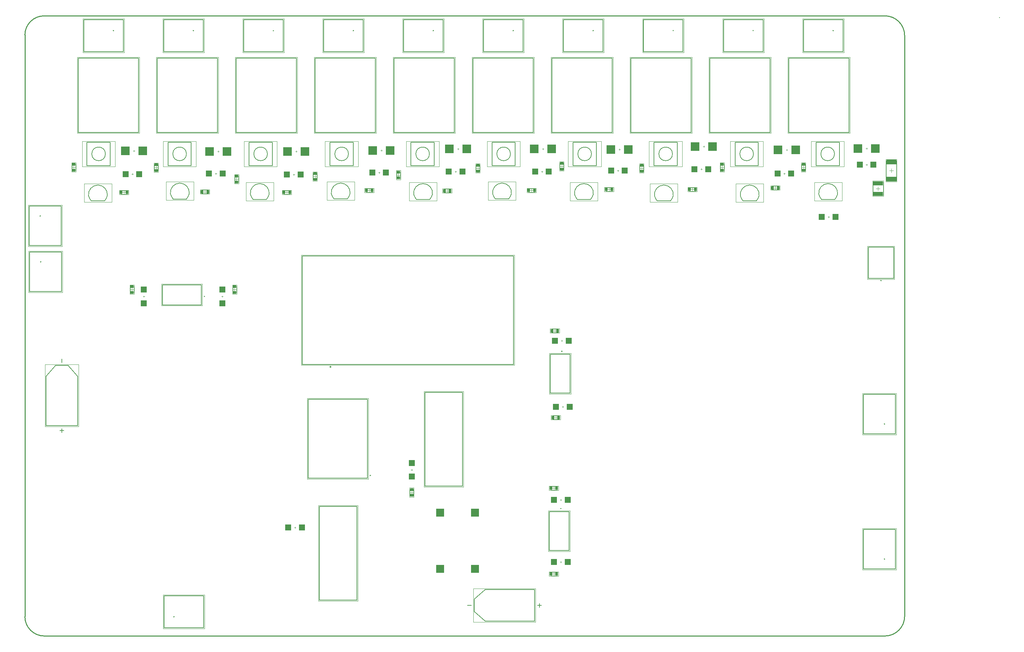
<source format=gtp>
G04*
G04 #@! TF.GenerationSoftware,Altium Limited,Altium Designer,22.1.2 (22)*
G04*
G04 Layer_Color=8421504*
%FSLAX44Y44*%
%MOMM*%
G71*
G04*
G04 #@! TF.SameCoordinates,E17F41A4-0C7A-49D5-8B51-7FD3D5A7BB14*
G04*
G04*
G04 #@! TF.FilePolarity,Positive*
G04*
G01*
G75*
%ADD11C,0.2000*%
%ADD12C,0.1270*%
%ADD13C,0.2540*%
%ADD16C,0.1000*%
%ADD17C,0.2800*%
%ADD18C,0.0500*%
%ADD19R,2.0000X2.0000*%
%ADD20R,1.5000X1.5000*%
%ADD21R,2.6000X1.2000*%
%ADD22R,0.9000X0.7000*%
%ADD23R,0.7000X0.9000*%
%ADD24R,1.5000X1.5000*%
%ADD25R,2.3000X2.3000*%
%ADD26R,2.6000X1.1000*%
D11*
X890180Y413500D02*
G03*
X890180Y413500I-1000J0D01*
G01*
X2204450Y915670D02*
G03*
X2204450Y915670I-1000J0D01*
G01*
X2081260Y1559560D02*
G03*
X2081260Y1559560I-1000J0D01*
G01*
X1875442D02*
G03*
X1875442Y1559560I-1000J0D01*
G01*
X1669624D02*
G03*
X1669624Y1559560I-1000J0D01*
G01*
X463020Y874691D02*
G03*
X463020Y874691I-1000J0D01*
G01*
X41640Y963930D02*
G03*
X41640Y963930I-1000J0D01*
G01*
X384540Y49530D02*
G03*
X384540Y49530I-1000J0D01*
G01*
X228896Y1559560D02*
G03*
X228896Y1559560I-1000J0D01*
G01*
X434714D02*
G03*
X434714Y1559560I-1000J0D01*
G01*
X640533D02*
G03*
X640533Y1559560I-1000J0D01*
G01*
X846351D02*
G03*
X846351Y1559560I-1000J0D01*
G01*
X1052169D02*
G03*
X1052169Y1559560I-1000J0D01*
G01*
X1257987D02*
G03*
X1257987Y1559560I-1000J0D01*
G01*
X1463805D02*
G03*
X1463805Y1559560I-1000J0D01*
G01*
X2213340Y198120D02*
G03*
X2213340Y198120I-1000J0D01*
G01*
X40370Y1082040D02*
G03*
X40370Y1082040I-1000J0D01*
G01*
X2213340Y546100D02*
G03*
X2213340Y546100I-1000J0D01*
G01*
X1380559Y328350D02*
G03*
X1380559Y328350I-1000J0D01*
G01*
X1383099Y733480D02*
G03*
X1383099Y733480I-1000J0D01*
G01*
D12*
X832813Y1242060D02*
G03*
X832813Y1242060I-17550J0D01*
G01*
X1875336D02*
G03*
X1875336Y1242060I-17550J0D01*
G01*
X1666831D02*
G03*
X1666831Y1242060I-17550J0D01*
G01*
X1458327D02*
G03*
X1458327Y1242060I-17550J0D01*
G01*
X1249822D02*
G03*
X1249822Y1242060I-17550J0D01*
G01*
X1041318D02*
G03*
X1041318Y1242060I-17550J0D01*
G01*
X624309D02*
G03*
X624309Y1242060I-17550J0D01*
G01*
X415805D02*
G03*
X415805Y1242060I-17550J0D01*
G01*
X207300D02*
G03*
X207300Y1242060I-17550J0D01*
G01*
X1203946Y1139253D02*
G03*
X1210827Y1126034I39104J11955D01*
G01*
X1245353D02*
G03*
X1252234Y1139253I-32222J25175D01*
G01*
X1252206Y1139128D02*
G03*
X1203974Y1139128I-24116J3389D01*
G01*
X163816Y1134173D02*
G03*
X170697Y1120954I39104J11955D01*
G01*
X205223D02*
G03*
X212104Y1134173I-32222J25175D01*
G01*
X212076Y1134048D02*
G03*
X163844Y1134048I-24116J3389D01*
G01*
X374636Y1139156D02*
G03*
X381517Y1125936I39104J11955D01*
G01*
X416043D02*
G03*
X422924Y1139156I-32222J25175D01*
G01*
X422896Y1139031D02*
G03*
X374664Y1139031I-24116J3389D01*
G01*
X580376Y1137983D02*
G03*
X587257Y1124764I39104J11955D01*
G01*
X621783D02*
G03*
X628664Y1137983I-32222J25175D01*
G01*
X628636Y1137858D02*
G03*
X580404Y1137858I-24116J3389D01*
G01*
X788656Y1139253D02*
G03*
X795537Y1126034I39104J11955D01*
G01*
X830063D02*
G03*
X836944Y1139253I-32222J25175D01*
G01*
X836916Y1139128D02*
G03*
X788684Y1139128I-24116J3389D01*
G01*
X1414766Y1137983D02*
G03*
X1421647Y1124764I39104J11955D01*
G01*
X1456173D02*
G03*
X1463054Y1137983I-32222J25175D01*
G01*
X1463026Y1137858D02*
G03*
X1414794Y1137858I-24116J3389D01*
G01*
X2043416Y1137983D02*
G03*
X2050297Y1124764I39104J11955D01*
G01*
X2084823D02*
G03*
X2091704Y1137983I-32222J25175D01*
G01*
X2091676Y1137858D02*
G03*
X2043444Y1137858I-24116J3389D01*
G01*
X1000746Y1137983D02*
G03*
X1007627Y1124764I39104J11955D01*
G01*
X1042153D02*
G03*
X1049034Y1137983I-32222J25175D01*
G01*
X1049006Y1137858D02*
G03*
X1000774Y1137858I-24116J3389D01*
G01*
X1620506Y1134173D02*
G03*
X1627387Y1120954I39104J11955D01*
G01*
X1661913D02*
G03*
X1668794Y1134173I-32222J25175D01*
G01*
X1668766Y1134048D02*
G03*
X1620534Y1134048I-24116J3389D01*
G01*
X1841486Y1134173D02*
G03*
X1848367Y1120954I39104J11955D01*
G01*
X1882893D02*
G03*
X1889774Y1134173I-32222J25175D01*
G01*
X1889746Y1134048D02*
G03*
X1841514Y1134048I-24116J3389D01*
G01*
X2083840Y1242060D02*
G03*
X2083840Y1242060I-17550J0D01*
G01*
X2120930Y1297690D02*
Y1488690D01*
X1965930D02*
X2120930D01*
X1965930Y1297690D02*
Y1488690D01*
Y1297690D02*
X2120930D01*
X785313Y1272010D02*
X845213D01*
Y1212110D02*
Y1272010D01*
X785313Y1212110D02*
X845213D01*
X785313D02*
Y1272010D01*
X1308130Y1297690D02*
Y1488690D01*
X1153130D02*
X1308130D01*
X1153130Y1297690D02*
Y1488690D01*
Y1297690D02*
X1308130D01*
X1104930D02*
Y1488690D01*
X949930D02*
X1104930D01*
X949930Y1297690D02*
Y1488690D01*
Y1297690D02*
X1104930D01*
X340330D02*
X495330D01*
X340330D02*
Y1488690D01*
X495330D01*
Y1297690D02*
Y1488690D01*
X728980Y406400D02*
X881380D01*
X728980D02*
Y609600D01*
X881380D01*
Y406400D02*
Y609600D01*
X2170950Y920990D02*
Y1001790D01*
X2235950D01*
Y920990D02*
Y1001790D01*
X2170950Y920990D02*
X2235950D01*
X2004060Y1505860D02*
X2105660D01*
X2004060D02*
Y1587860D01*
X2105660D01*
Y1505860D02*
Y1587860D01*
X1798242Y1505860D02*
X1899842D01*
X1798242D02*
Y1587860D01*
X1899842D01*
Y1505860D02*
Y1587860D01*
X1694023Y1505860D02*
Y1587860D01*
X1592424D02*
X1694023D01*
X1592424Y1505860D02*
Y1587860D01*
Y1505860D02*
X1694023D01*
X454020Y853191D02*
Y904191D01*
X354020D02*
X454020D01*
X354020Y853191D02*
Y904191D01*
Y853191D02*
X454020D01*
X1029730Y385930D02*
X1126730D01*
X1029730D02*
Y627530D01*
X1126730D01*
Y385930D02*
Y627530D01*
X94340Y887730D02*
Y989330D01*
X12340Y887730D02*
X94340D01*
X12340D02*
Y989330D01*
X94340D01*
X358140Y21230D02*
Y103230D01*
Y21230D02*
X459740D01*
Y103230D01*
X358140D02*
X459740D01*
X90060Y529220D02*
X100060D01*
X95060Y524220D02*
Y534220D01*
Y704220D02*
Y714220D01*
X54560Y668720D02*
X79060Y696720D01*
X111060D02*
X135560Y668720D01*
X54560Y541720D02*
X135560D01*
Y668720D01*
X79060Y696720D02*
X111060D01*
X54560Y541720D02*
Y668720D01*
X151696Y1505860D02*
X253296D01*
X151696D02*
Y1587860D01*
X253296D01*
Y1505860D02*
Y1587860D01*
X357514Y1505860D02*
X459114D01*
X357514D02*
Y1587860D01*
X459114D01*
Y1505860D02*
Y1587860D01*
X563332Y1505860D02*
X664932D01*
X563332D02*
Y1587860D01*
X664932D01*
Y1505860D02*
Y1587860D01*
X870751Y1505860D02*
Y1587860D01*
X769151D02*
X870751D01*
X769151Y1505860D02*
Y1587860D01*
Y1505860D02*
X870751D01*
X974969D02*
X1076569D01*
X974969D02*
Y1587860D01*
X1076569D01*
Y1505860D02*
Y1587860D01*
X1180787Y1505860D02*
X1282387D01*
X1180787D02*
Y1587860D01*
X1282387D01*
Y1505860D02*
Y1587860D01*
X1386605Y1505860D02*
X1488205D01*
X1386605D02*
Y1587860D01*
X1488205D01*
Y1505860D02*
Y1587860D01*
X1827836Y1212110D02*
Y1272010D01*
Y1212110D02*
X1887735D01*
Y1272010D01*
X1827836D02*
X1887735D01*
X1762730Y1297690D02*
X1917730D01*
X1762730D02*
Y1488690D01*
X1917730D01*
Y1297690D02*
Y1488690D01*
X1619331Y1212110D02*
Y1272010D01*
Y1212110D02*
X1679231D01*
Y1272010D01*
X1619331D02*
X1679231D01*
X1410827Y1212110D02*
Y1272010D01*
Y1212110D02*
X1470727D01*
Y1272010D01*
X1410827D02*
X1470727D01*
X1202322D02*
X1262222D01*
Y1212110D02*
Y1272010D01*
X1202322Y1212110D02*
X1262222D01*
X1202322D02*
Y1272010D01*
X993818D02*
X1053718D01*
Y1212110D02*
Y1272010D01*
X993818Y1212110D02*
X1053718D01*
X993818D02*
Y1272010D01*
X576809Y1212110D02*
Y1272010D01*
Y1212110D02*
X636709D01*
Y1272010D01*
X576809D02*
X636709D01*
X368305D02*
X428205D01*
Y1212110D02*
Y1272010D01*
X368305Y1212110D02*
X428205D01*
X368305D02*
Y1272010D01*
X159800Y1212110D02*
Y1272010D01*
Y1212110D02*
X219700D01*
Y1272010D01*
X159800D02*
X219700D01*
X1210940Y1125890D02*
X1245240D01*
X170810Y1120810D02*
X205110D01*
X381630Y1125792D02*
X415930D01*
X587370Y1124620D02*
X621670D01*
X795650Y1125890D02*
X829950D01*
X1421760Y1124620D02*
X1456060D01*
X2050410D02*
X2084710D01*
X1007740D02*
X1042040D01*
X1627500Y1120810D02*
X1661800D01*
X1848480D02*
X1882780D01*
X2036340Y1272010D02*
X2096240D01*
Y1212110D02*
Y1272010D01*
X2036340Y1212110D02*
X2096240D01*
X2036340D02*
Y1272010D01*
X1184940Y38440D02*
X1311940D01*
X1156940Y62940D02*
Y94940D01*
X1184940Y119440D02*
X1311940D01*
Y38440D02*
Y119440D01*
X1156940Y94940D02*
X1184940Y119440D01*
X1156940Y62940D02*
X1184940Y38440D01*
X1139440Y78940D02*
X1149440D01*
X1319440D02*
X1329440D01*
X1324440Y73940D02*
Y83940D01*
X1356330Y1297690D02*
X1511330D01*
X1356330D02*
Y1488690D01*
X1511330D01*
Y1297690D02*
Y1488690D01*
X1559530Y1297690D02*
X1714530D01*
X1559530D02*
Y1488690D01*
X1714530D01*
Y1297690D02*
Y1488690D01*
X292130Y1297690D02*
Y1488690D01*
X137130D02*
X292130D01*
X137130Y1297690D02*
Y1488690D01*
Y1297690D02*
X292130D01*
X543530D02*
X698530D01*
X543530D02*
Y1488690D01*
X698530D01*
Y1297690D02*
Y1488690D01*
X746730Y1297690D02*
X901730D01*
X746730D02*
Y1488690D01*
X901730D01*
Y1297690D02*
Y1488690D01*
X854950Y92560D02*
Y334160D01*
X757950D02*
X854950D01*
X757950Y92560D02*
Y334160D01*
Y92560D02*
X854950D01*
X2158640Y172720D02*
Y274320D01*
X2240640D01*
Y172720D02*
Y274320D01*
X2158640Y172720D02*
X2240640D01*
X93070Y1005840D02*
Y1107440D01*
X11070Y1005840D02*
X93070D01*
X11070D02*
Y1107440D01*
X93070D01*
X2158640Y520700D02*
Y622300D01*
X2240640D01*
Y520700D02*
Y622300D01*
X2158640Y520700D02*
X2240640D01*
X714020Y699970D02*
Y978970D01*
X1258020D01*
Y699970D02*
Y978970D01*
X714020Y699970D02*
X1258020D01*
X1401059Y220350D02*
Y320350D01*
X1350059Y220350D02*
X1401059D01*
X1350059D02*
Y320350D01*
X1401059D01*
X1403599Y625480D02*
Y725480D01*
X1352599Y625480D02*
X1403599D01*
X1352599D02*
Y725480D01*
X1403599D01*
D13*
X49530Y1597660D02*
G03*
X0Y1548130I0J-49530D01*
G01*
X2264410Y1546860D02*
G03*
X2213610Y1597660I-50800J0D01*
G01*
X2213610Y0D02*
G03*
X2264410Y50800I0J50800D01*
G01*
X0Y50000D02*
G03*
X50000Y0I50000J0D01*
G01*
X2264410Y1546860D02*
X2264410Y50800D01*
X49530Y1597660D02*
X2213610Y1597660D01*
X50000Y-0D02*
X2213610Y0D01*
X0Y50000D02*
Y1549400D01*
X2508060Y1593660D02*
X2508060D01*
X2508060D02*
Y1593910D01*
D16*
X1379424Y188500D02*
Y192500D01*
X1377424Y190500D02*
X1381424D01*
X1384504Y588550D02*
Y592550D01*
X1382504Y590550D02*
X1386504D01*
X1377424Y350520D02*
X1381424D01*
X1379424Y348520D02*
Y352520D01*
X995680Y425990D02*
Y429990D01*
X993680Y427990D02*
X997680D01*
X1381964Y758730D02*
Y762730D01*
X1379964Y760730D02*
X1383964D01*
X306070Y872826D02*
Y876826D01*
X304070Y874826D02*
X308070D01*
X508000Y872826D02*
Y876826D01*
X506000Y874826D02*
X510000D01*
X1745520Y1261110D02*
X1749520D01*
X1747520Y1259110D02*
Y1263110D01*
X1528350Y1253490D02*
X1532350D01*
X1530350Y1251490D02*
Y1255490D01*
X1952810Y1191260D02*
X1956810D01*
X1954810Y1189260D02*
Y1193260D01*
X693527Y279400D02*
X697527D01*
X695527Y277400D02*
Y281400D01*
X2164620Y1214120D02*
X2168620D01*
X2166620Y1212120D02*
Y1216120D01*
X2164620Y1256030D02*
X2168620D01*
X2166620Y1254030D02*
Y1258030D01*
X276860Y1187990D02*
Y1191990D01*
X274860Y1189990D02*
X278860D01*
X692150Y1186720D02*
Y1190720D01*
X690150Y1188720D02*
X694150D01*
X1526540Y1196880D02*
Y1200880D01*
X1524540Y1198880D02*
X1528540D01*
X491490Y1189260D02*
Y1193260D01*
X489490Y1191260D02*
X493490D01*
X1741170Y1200690D02*
Y1204690D01*
X1739170Y1202690D02*
X1743170D01*
X911860Y1191800D02*
Y1195800D01*
X909860Y1193800D02*
X913860D01*
X1108710Y1194340D02*
Y1198340D01*
X1106710Y1196340D02*
X1110710D01*
X1330960Y1194340D02*
Y1198340D01*
X1328960Y1196340D02*
X1332960D01*
X280670Y1247680D02*
Y1251680D01*
X278670Y1249680D02*
X282670D01*
X2068830Y1077500D02*
Y1081500D01*
X2066830Y1079500D02*
X2070830D01*
X497840Y1246410D02*
Y1250410D01*
X495840Y1248410D02*
X499840D01*
X698500Y1246410D02*
Y1250410D01*
X696500Y1248410D02*
X700500D01*
X917850Y1248950D02*
Y1252950D01*
X915850Y1250950D02*
X919850D01*
X1115060Y1252760D02*
Y1256760D01*
X1113060Y1254760D02*
X1117060D01*
X1333500Y1252760D02*
Y1256760D01*
X1331500Y1254760D02*
X1335500D01*
X1961240Y1250220D02*
Y1254220D01*
X1959240Y1252220D02*
X1963240D01*
X2216870Y1224630D02*
X2243370D01*
X2216870Y1173130D02*
X2243370D01*
Y1224630D01*
X2216870Y1173130D02*
Y1224630D01*
X535000Y884310D02*
Y901310D01*
X544500Y884310D02*
Y901310D01*
X535000Y884310D02*
X544500D01*
X535000Y901310D02*
X544500D01*
X1000430Y361190D02*
Y378190D01*
X990930Y361190D02*
Y378190D01*
X1000430D01*
X990930Y361190D02*
X1000430D01*
X1352940Y376250D02*
X1369940D01*
X1352940Y385750D02*
X1369940D01*
Y376250D02*
Y385750D01*
X1352940Y376250D02*
Y385750D01*
Y155270D02*
X1369940D01*
X1352940Y164770D02*
X1369940D01*
Y155270D02*
Y164770D01*
X1352940Y155270D02*
Y164770D01*
X1358020Y557860D02*
X1375020D01*
X1358020Y567360D02*
X1375020D01*
Y557860D02*
Y567360D01*
X1358020Y557860D02*
Y567360D01*
X1355480Y781380D02*
X1372480D01*
X1355480Y790880D02*
X1372480D01*
Y781380D02*
Y790880D01*
X1355480Y781380D02*
Y790880D01*
X742010Y1175140D02*
Y1192140D01*
X751510Y1175140D02*
Y1192140D01*
X742010Y1175140D02*
X751510D01*
X742010Y1192140D02*
X751510D01*
X120980Y1199270D02*
Y1216270D01*
X130480Y1199270D02*
Y1216270D01*
X120980Y1199270D02*
X130480D01*
X120980Y1216270D02*
X130480D01*
X540080Y1168790D02*
Y1185790D01*
X549580Y1168790D02*
Y1185790D01*
X540080Y1168790D02*
X549580D01*
X540080Y1185790D02*
X549580D01*
X333070Y1198000D02*
Y1215000D01*
X342570Y1198000D02*
Y1215000D01*
X333070Y1198000D02*
X342570D01*
X333070Y1215000D02*
X342570D01*
X246650Y1147750D02*
X263650D01*
X246650Y1138250D02*
X263650D01*
X246650D02*
Y1147750D01*
X263650Y1138250D02*
Y1147750D01*
X665870Y1147750D02*
X682870D01*
X665870Y1138250D02*
X682870D01*
X665870D02*
Y1147750D01*
X682870Y1138250D02*
Y1147750D01*
X2209030Y1135940D02*
Y1169440D01*
X2182630Y1135940D02*
Y1169440D01*
X2209030D01*
X2182630Y1135940D02*
X2209030D01*
X1295790Y1152830D02*
X1312790D01*
X1295790Y1143330D02*
X1312790D01*
X1295790D02*
Y1152830D01*
X1312790Y1143330D02*
Y1152830D01*
X454930Y1149020D02*
X471930D01*
X454930Y1139520D02*
X471930D01*
X454930D02*
Y1149020D01*
X471930Y1139520D02*
Y1149020D01*
X1495180Y1155370D02*
X1512180D01*
X1495180Y1145870D02*
X1512180D01*
X1495180D02*
Y1155370D01*
X1512180Y1145870D02*
Y1155370D01*
X1078620Y1151560D02*
X1095620D01*
X1078620Y1142060D02*
X1095620D01*
X1078620D02*
Y1151560D01*
X1095620Y1142060D02*
Y1151560D01*
X877960Y1152830D02*
X894960D01*
X877960Y1143330D02*
X894960D01*
X877960D02*
Y1152830D01*
X894960Y1143330D02*
Y1152830D01*
X1923170Y1159180D02*
X1940170D01*
X1923170Y1149680D02*
X1940170D01*
X1923170D02*
Y1159180D01*
X1940170Y1149680D02*
Y1159180D01*
X1377010Y1201810D02*
Y1218810D01*
X1386510Y1201810D02*
Y1218810D01*
X1377010Y1201810D02*
X1386510D01*
X1377010Y1218810D02*
X1386510D01*
X1161110Y1196730D02*
Y1213730D01*
X1170610Y1196730D02*
Y1213730D01*
X1161110Y1196730D02*
X1170610D01*
X1161110Y1213730D02*
X1170610D01*
X956640Y1179070D02*
Y1196070D01*
X966140Y1179070D02*
Y1196070D01*
X956640Y1179070D02*
X966140D01*
X956640Y1196070D02*
X966140D01*
X270840Y884310D02*
Y901310D01*
X280340Y884310D02*
Y901310D01*
X270840Y884310D02*
X280340D01*
X270840Y901310D02*
X280340D01*
X1582750Y1196730D02*
Y1213730D01*
X1592250Y1196730D02*
Y1213730D01*
X1582750Y1196730D02*
X1592250D01*
X1582750Y1213730D02*
X1592250D01*
X1999310Y1199270D02*
Y1216270D01*
X2008810Y1199270D02*
Y1216270D01*
X1999310Y1199270D02*
X2008810D01*
X1999310Y1216270D02*
X2008810D01*
X1726810Y1145870D02*
Y1155370D01*
X1709810Y1145870D02*
Y1155370D01*
Y1145870D02*
X1726810D01*
X1709810Y1155370D02*
X1726810D01*
X1789760Y1216270D02*
X1799260D01*
X1789760Y1199270D02*
X1799260D01*
Y1216270D01*
X1789760Y1199270D02*
Y1216270D01*
X2216120Y1227880D02*
X2244120D01*
X2216120Y1169880D02*
X2244120D01*
Y1227880D01*
X2216120Y1169880D02*
Y1227880D01*
X2230120Y1193880D02*
Y1203880D01*
X2225120Y1198880D02*
X2235120D01*
X535000Y892810D02*
X544500D01*
X539750Y888060D02*
Y897560D01*
X534250Y880810D02*
Y904810D01*
X545250Y880810D02*
Y904810D01*
X534250Y880810D02*
X545250D01*
X534250Y904810D02*
X545250D01*
X990930Y369690D02*
X1000430D01*
X995680Y364940D02*
Y374440D01*
X1001180Y357690D02*
Y381690D01*
X990180Y357690D02*
Y381690D01*
X1001180D01*
X990180Y357690D02*
X1001180D01*
X1361440Y376250D02*
Y385750D01*
X1356690Y381000D02*
X1366190D01*
X1349440Y375500D02*
X1373440D01*
X1349440Y386500D02*
X1373440D01*
Y375500D02*
Y386500D01*
X1349440Y375500D02*
Y386500D01*
X1361440Y155270D02*
Y164770D01*
X1356690Y160020D02*
X1366190D01*
X1349440Y154520D02*
X1373440D01*
X1349440Y165520D02*
X1373440D01*
Y154520D02*
Y165520D01*
X1349440Y154520D02*
Y165520D01*
X1366520Y557860D02*
Y567360D01*
X1361770Y562610D02*
X1371270D01*
X1354520Y557110D02*
X1378520D01*
X1354520Y568110D02*
X1378520D01*
Y557110D02*
Y568110D01*
X1354520Y557110D02*
Y568110D01*
X1363980Y781380D02*
Y790880D01*
X1359230Y786130D02*
X1368730D01*
X1351980Y780630D02*
X1375980D01*
X1351980Y791630D02*
X1375980D01*
Y780630D02*
Y791630D01*
X1351980Y780630D02*
Y791630D01*
X742010Y1183640D02*
X751510D01*
X746760Y1178890D02*
Y1188390D01*
X741260Y1171640D02*
Y1195640D01*
X752260Y1171640D02*
Y1195640D01*
X741260Y1171640D02*
X752260D01*
X741260Y1195640D02*
X752260D01*
X120980Y1207770D02*
X130480D01*
X125730Y1203020D02*
Y1212520D01*
X120230Y1195770D02*
Y1219770D01*
X131230Y1195770D02*
Y1219770D01*
X120230Y1195770D02*
X131230D01*
X120230Y1219770D02*
X131230D01*
X540080Y1177290D02*
X549580D01*
X544830Y1172540D02*
Y1182040D01*
X539330Y1165290D02*
Y1189290D01*
X550330Y1165290D02*
Y1189290D01*
X539330Y1165290D02*
X550330D01*
X539330Y1189290D02*
X550330D01*
X333070Y1206500D02*
X342570D01*
X337820Y1201750D02*
Y1211250D01*
X332320Y1194500D02*
Y1218500D01*
X343320Y1194500D02*
Y1218500D01*
X332320Y1194500D02*
X343320D01*
X332320Y1218500D02*
X343320D01*
X255150Y1138250D02*
Y1147750D01*
X250400Y1143000D02*
X259900D01*
X243150Y1148500D02*
X267150D01*
X243150Y1137500D02*
X267150D01*
X243150D02*
Y1148500D01*
X267150Y1137500D02*
Y1148500D01*
X674370Y1138250D02*
Y1147750D01*
X669620Y1143000D02*
X679120D01*
X662370Y1148500D02*
X686370D01*
X662370Y1137500D02*
X686370D01*
X662370D02*
Y1148500D01*
X686370Y1137500D02*
Y1148500D01*
X2190830Y1152690D02*
X2200830D01*
X2195830Y1147690D02*
Y1157690D01*
X2209830Y1132690D02*
Y1172690D01*
X2181830Y1132690D02*
Y1172690D01*
X2209830D01*
X2181830Y1132690D02*
X2209830D01*
X1304290Y1143330D02*
Y1152830D01*
X1299540Y1148080D02*
X1309040D01*
X1292290Y1153580D02*
X1316290D01*
X1292290Y1142580D02*
X1316290D01*
X1292290D02*
Y1153580D01*
X1316290Y1142580D02*
Y1153580D01*
X463430Y1139520D02*
Y1149020D01*
X458680Y1144270D02*
X468180D01*
X451430Y1149770D02*
X475430D01*
X451430Y1138770D02*
X475430D01*
X451430D02*
Y1149770D01*
X475430Y1138770D02*
Y1149770D01*
X1503680Y1145870D02*
Y1155370D01*
X1498930Y1150620D02*
X1508430D01*
X1491680Y1156120D02*
X1515680D01*
X1491680Y1145120D02*
X1515680D01*
X1491680D02*
Y1156120D01*
X1515680Y1145120D02*
Y1156120D01*
X1087120Y1142060D02*
Y1151560D01*
X1082370Y1146810D02*
X1091870D01*
X1075120Y1152310D02*
X1099120D01*
X1075120Y1141310D02*
X1099120D01*
X1075120D02*
Y1152310D01*
X1099120Y1141310D02*
Y1152310D01*
X886460Y1143330D02*
Y1152830D01*
X881710Y1148080D02*
X891210D01*
X874460Y1153580D02*
X898460D01*
X874460Y1142580D02*
X898460D01*
X874460D02*
Y1153580D01*
X898460Y1142580D02*
Y1153580D01*
X1931670Y1149680D02*
Y1159180D01*
X1926920Y1154430D02*
X1936420D01*
X1919670Y1159930D02*
X1943670D01*
X1919670Y1148930D02*
X1943670D01*
X1919670D02*
Y1159930D01*
X1943670Y1148930D02*
Y1159930D01*
X1377010Y1210310D02*
X1386510D01*
X1381760Y1205560D02*
Y1215060D01*
X1376260Y1198310D02*
Y1222310D01*
X1387260Y1198310D02*
Y1222310D01*
X1376260Y1198310D02*
X1387260D01*
X1376260Y1222310D02*
X1387260D01*
X1161110Y1205230D02*
X1170610D01*
X1165860Y1200480D02*
Y1209980D01*
X1160360Y1193230D02*
Y1217230D01*
X1171360Y1193230D02*
Y1217230D01*
X1160360Y1193230D02*
X1171360D01*
X1160360Y1217230D02*
X1171360D01*
X956640Y1187570D02*
X966140D01*
X961390Y1182820D02*
Y1192320D01*
X955890Y1175570D02*
Y1199570D01*
X966890Y1175570D02*
Y1199570D01*
X955890Y1175570D02*
X966890D01*
X955890Y1199570D02*
X966890D01*
X270840Y892810D02*
X280340D01*
X275590Y888060D02*
Y897560D01*
X270090Y880810D02*
Y904810D01*
X281090Y880810D02*
Y904810D01*
X270090Y880810D02*
X281090D01*
X270090Y904810D02*
X281090D01*
X1582750Y1205230D02*
X1592250D01*
X1587500Y1200480D02*
Y1209980D01*
X1582000Y1193230D02*
Y1217230D01*
X1593000Y1193230D02*
Y1217230D01*
X1582000Y1193230D02*
X1593000D01*
X1582000Y1217230D02*
X1593000D01*
X1999310Y1207770D02*
X2008810D01*
X2004060Y1203020D02*
Y1212520D01*
X1998560Y1195770D02*
Y1219770D01*
X2009560Y1195770D02*
Y1219770D01*
X1998560Y1195770D02*
X2009560D01*
X1998560Y1219770D02*
X2009560D01*
X1730310Y1145120D02*
Y1156120D01*
X1706310Y1145120D02*
Y1156120D01*
Y1145120D02*
X1730310D01*
X1706310Y1156120D02*
X1730310D01*
X1713560Y1150620D02*
X1723060D01*
X1718310Y1145870D02*
Y1155370D01*
X1789010Y1219770D02*
X1800010D01*
X1789010Y1195770D02*
X1800010D01*
Y1219770D01*
X1789010Y1195770D02*
Y1219770D01*
X1794510Y1203020D02*
Y1212520D01*
X1789760Y1207770D02*
X1799260D01*
D17*
X787920Y693470D02*
G03*
X787920Y693470I-1400J0D01*
G01*
D18*
X2123430Y1295190D02*
Y1491190D01*
X1963430D02*
X2123430D01*
X1963430Y1295190D02*
Y1491190D01*
Y1295190D02*
X2123430D01*
X772763Y1274560D02*
X857763D01*
Y1209560D02*
Y1274560D01*
X772763Y1209560D02*
X857763D01*
X772763D02*
Y1274560D01*
X1310630Y1295190D02*
Y1491190D01*
X1150630D02*
X1310630D01*
X1150630Y1295190D02*
Y1491190D01*
Y1295190D02*
X1310630D01*
X1107430D02*
Y1491190D01*
X947430D02*
X1107430D01*
X947430Y1295190D02*
Y1491190D01*
Y1295190D02*
X1107430D01*
X337830D02*
X497830D01*
X337830D02*
Y1491190D01*
X497830D01*
Y1295190D02*
Y1491190D01*
X883880Y403900D02*
Y612100D01*
X726480D02*
X883880D01*
X726480Y403900D02*
Y612100D01*
Y403900D02*
X883880D01*
X2168450Y918490D02*
Y1004290D01*
X2238450D01*
Y918490D02*
Y1004290D01*
X2168450Y918490D02*
X2238450D01*
X2001560Y1503360D02*
X2108160D01*
X2001560D02*
Y1590360D01*
X2108160D01*
Y1503360D02*
Y1590360D01*
X1795742Y1503360D02*
X1902342D01*
X1795742D02*
Y1590360D01*
X1902342D01*
Y1503360D02*
Y1590360D01*
X1696523Y1503360D02*
Y1590360D01*
X1589924D02*
X1696523D01*
X1589924Y1503360D02*
Y1590360D01*
Y1503360D02*
X1696523D01*
X456520Y850691D02*
Y906691D01*
X351520D02*
X456520D01*
X351520Y850691D02*
Y906691D01*
Y850691D02*
X456520D01*
X1027230Y383430D02*
X1129230D01*
X1027230D02*
Y630030D01*
X1129230D01*
Y383430D02*
Y630030D01*
X96840Y885230D02*
Y991830D01*
X9840Y885230D02*
X96840D01*
X9840D02*
Y991830D01*
X96840D01*
X355640Y18730D02*
Y105730D01*
Y18730D02*
X462240D01*
Y105730D01*
X355640D02*
X462240D01*
X52060Y539220D02*
Y699220D01*
X138060D01*
Y539220D02*
Y699220D01*
X52060Y539220D02*
X138060D01*
X149196Y1503360D02*
X255796D01*
X149196D02*
Y1590360D01*
X255796D01*
Y1503360D02*
Y1590360D01*
X355014Y1503360D02*
X461614D01*
X355014D02*
Y1590360D01*
X461614D01*
Y1503360D02*
Y1590360D01*
X560832Y1503360D02*
X667432D01*
X560832D02*
Y1590360D01*
X667432D01*
Y1503360D02*
Y1590360D01*
X873251Y1503360D02*
Y1590360D01*
X766651D02*
X873251D01*
X766651Y1503360D02*
Y1590360D01*
Y1503360D02*
X873251D01*
X972469D02*
X1079069D01*
X972469D02*
Y1590360D01*
X1079069D01*
Y1503360D02*
Y1590360D01*
X1178287Y1503360D02*
X1284887D01*
X1178287D02*
Y1590360D01*
X1284887D01*
Y1503360D02*
Y1590360D01*
X1384105Y1503360D02*
X1490705D01*
X1384105D02*
Y1590360D01*
X1490705D01*
Y1503360D02*
Y1590360D01*
X1815285Y1209560D02*
Y1274560D01*
Y1209560D02*
X1900285D01*
Y1274560D01*
X1815285D02*
X1900285D01*
X1760230Y1295190D02*
X1920230D01*
X1760230D02*
Y1491190D01*
X1920230D01*
Y1295190D02*
Y1491190D01*
X1606781Y1209560D02*
Y1274560D01*
Y1209560D02*
X1691781D01*
Y1274560D01*
X1606781D02*
X1691781D01*
X1398277Y1209560D02*
Y1274560D01*
Y1209560D02*
X1483277D01*
Y1274560D01*
X1398277D02*
X1483277D01*
X1189772D02*
X1274772D01*
Y1209560D02*
Y1274560D01*
X1189772Y1209560D02*
X1274772D01*
X1189772D02*
Y1274560D01*
X981268D02*
X1066268D01*
Y1209560D02*
Y1274560D01*
X981268Y1209560D02*
X1066268D01*
X981268D02*
Y1274560D01*
X564259Y1209560D02*
Y1274560D01*
Y1209560D02*
X649259D01*
Y1274560D01*
X564259D02*
X649259D01*
X355755D02*
X440755D01*
Y1209560D02*
Y1274560D01*
X355755Y1209560D02*
X440755D01*
X355755D02*
Y1274560D01*
X147250Y1209560D02*
Y1274560D01*
Y1209560D02*
X232250D01*
Y1274560D01*
X147250D02*
X232250D01*
X1192590Y1122690D02*
Y1169990D01*
Y1122690D02*
X1263590D01*
Y1169990D01*
X1192590D02*
X1263590D01*
X152460Y1117610D02*
Y1164910D01*
Y1117610D02*
X223460D01*
Y1164910D01*
X152460D02*
X223460D01*
X363280Y1122592D02*
Y1169893D01*
Y1122592D02*
X434280D01*
Y1169893D01*
X363280D02*
X434280D01*
X569020Y1121420D02*
Y1168720D01*
Y1121420D02*
X640020D01*
Y1168720D01*
X569020D02*
X640020D01*
X777300Y1122690D02*
Y1169990D01*
Y1122690D02*
X848300D01*
Y1169990D01*
X777300D02*
X848300D01*
X1403410Y1121420D02*
Y1168720D01*
Y1121420D02*
X1474410D01*
Y1168720D01*
X1403410D02*
X1474410D01*
X2032060Y1121420D02*
Y1168720D01*
Y1121420D02*
X2103060D01*
Y1168720D01*
X2032060D02*
X2103060D01*
X989390Y1121420D02*
Y1168720D01*
Y1121420D02*
X1060390D01*
Y1168720D01*
X989390D02*
X1060390D01*
X1609150Y1117610D02*
Y1164910D01*
Y1117610D02*
X1680150D01*
Y1164910D01*
X1609150D02*
X1680150D01*
X1830130Y1117610D02*
Y1164910D01*
Y1117610D02*
X1901130D01*
Y1164910D01*
X1830130D02*
X1901130D01*
X2023790Y1274560D02*
X2108790D01*
Y1209560D02*
Y1274560D01*
X2023790Y1209560D02*
X2108790D01*
X2023790D02*
Y1274560D01*
X1314440Y35940D02*
Y121940D01*
X1154440D02*
X1314440D01*
X1154440Y35940D02*
Y121940D01*
Y35940D02*
X1314440D01*
X1353830Y1295190D02*
X1513830D01*
X1353830D02*
Y1491190D01*
X1513830D01*
Y1295190D02*
Y1491190D01*
X1557030Y1295190D02*
X1717030D01*
X1557030D02*
Y1491190D01*
X1717030D01*
Y1295190D02*
Y1491190D01*
X294630Y1295190D02*
Y1491190D01*
X134630D02*
X294630D01*
X134630Y1295190D02*
Y1491190D01*
Y1295190D02*
X294630D01*
X541030D02*
X701030D01*
X541030D02*
Y1491190D01*
X701030D01*
Y1295190D02*
Y1491190D01*
X744230Y1295190D02*
X904230D01*
X744230D02*
Y1491190D01*
X904230D01*
Y1295190D02*
Y1491190D01*
X857450Y90060D02*
Y336660D01*
X755450D02*
X857450D01*
X755450Y90060D02*
Y336660D01*
Y90060D02*
X857450D01*
X2156140Y170220D02*
Y276820D01*
X2243140D01*
Y170220D02*
Y276820D01*
X2156140Y170220D02*
X2243140D01*
X95570Y1003340D02*
Y1109940D01*
X8570Y1003340D02*
X95570D01*
X8570D02*
Y1109940D01*
X95570D01*
X2156140Y518200D02*
Y624800D01*
X2243140D01*
Y518200D02*
Y624800D01*
X2156140Y518200D02*
X2243140D01*
X711520Y697470D02*
Y981470D01*
X1260520D01*
Y697470D02*
Y981470D01*
X711520Y697470D02*
X1260520D01*
X1403559Y217850D02*
Y322850D01*
X1347559Y217850D02*
X1403559D01*
X1347559D02*
Y322850D01*
X1403559D01*
X1406099Y622980D02*
Y727980D01*
X1350099Y622980D02*
X1406099D01*
X1350099D02*
Y727980D01*
X1406099D01*
D19*
X1158790Y317610D02*
D03*
Y172610D02*
D03*
X1068790D02*
D03*
Y317610D02*
D03*
D20*
X1361924Y190500D02*
D03*
X1396924D02*
D03*
X1367004Y590550D02*
D03*
X1402004D02*
D03*
X1396924Y350520D02*
D03*
X1361924D02*
D03*
X1364464Y760730D02*
D03*
X1399464D02*
D03*
X1937310Y1191260D02*
D03*
X1972310D02*
D03*
X713027Y279400D02*
D03*
X678027D02*
D03*
X2149120Y1214120D02*
D03*
X2184120D02*
D03*
X294360Y1189990D02*
D03*
X259360D02*
D03*
X709650Y1188720D02*
D03*
X674650D02*
D03*
X1544040Y1198880D02*
D03*
X1509040D02*
D03*
X508990Y1191260D02*
D03*
X473990D02*
D03*
X1758670Y1202690D02*
D03*
X1723670D02*
D03*
X929360Y1193800D02*
D03*
X894360D02*
D03*
X1126210Y1196340D02*
D03*
X1091210D02*
D03*
X1348460D02*
D03*
X1313460D02*
D03*
X2086330Y1079500D02*
D03*
X2051330D02*
D03*
D21*
X2230120Y1220880D02*
D03*
Y1176880D02*
D03*
D22*
X539750Y885310D02*
D03*
Y900310D02*
D03*
X995680Y377190D02*
D03*
Y362190D02*
D03*
X746760Y1176140D02*
D03*
Y1191140D02*
D03*
X125730Y1200270D02*
D03*
Y1215270D02*
D03*
X544830Y1169790D02*
D03*
Y1184790D02*
D03*
X337820Y1199000D02*
D03*
Y1214000D02*
D03*
X1381760Y1202810D02*
D03*
Y1217810D02*
D03*
X1165860Y1197730D02*
D03*
Y1212730D02*
D03*
X961390Y1180070D02*
D03*
Y1195070D02*
D03*
X275590Y885310D02*
D03*
Y900310D02*
D03*
X1587500Y1197730D02*
D03*
Y1212730D02*
D03*
X2004060Y1200270D02*
D03*
Y1215270D02*
D03*
X1794510D02*
D03*
Y1200270D02*
D03*
D23*
X1368940Y381000D02*
D03*
X1353940D02*
D03*
X1368940Y160020D02*
D03*
X1353940D02*
D03*
X1374020Y562610D02*
D03*
X1359020D02*
D03*
X1371480Y786130D02*
D03*
X1356480D02*
D03*
X247650Y1143000D02*
D03*
X262650D02*
D03*
X666870Y1143000D02*
D03*
X681870D02*
D03*
X1296790Y1148080D02*
D03*
X1311790D02*
D03*
X455930Y1144270D02*
D03*
X470930D02*
D03*
X1496180Y1150620D02*
D03*
X1511180D02*
D03*
X1079620Y1146810D02*
D03*
X1094620D02*
D03*
X878960Y1148080D02*
D03*
X893960D02*
D03*
X1924170Y1154430D02*
D03*
X1939170D02*
D03*
X1725810Y1150620D02*
D03*
X1710810D02*
D03*
D24*
X995680Y445490D02*
D03*
Y410490D02*
D03*
X306070Y857326D02*
D03*
Y892326D02*
D03*
X508000Y857326D02*
D03*
Y892326D02*
D03*
D25*
X1725020Y1261110D02*
D03*
X1770020D02*
D03*
X1507850Y1253490D02*
D03*
X1552850D02*
D03*
X2144120Y1256030D02*
D03*
X2189120D02*
D03*
X303170Y1249680D02*
D03*
X258170D02*
D03*
X520340Y1248410D02*
D03*
X475340D02*
D03*
X721000D02*
D03*
X676000D02*
D03*
X940350Y1250950D02*
D03*
X895350D02*
D03*
X1137560Y1254760D02*
D03*
X1092560D02*
D03*
X1356000D02*
D03*
X1311000D02*
D03*
X1983740Y1252220D02*
D03*
X1938740D02*
D03*
D26*
X2195830Y1166190D02*
D03*
Y1139190D02*
D03*
M02*

</source>
